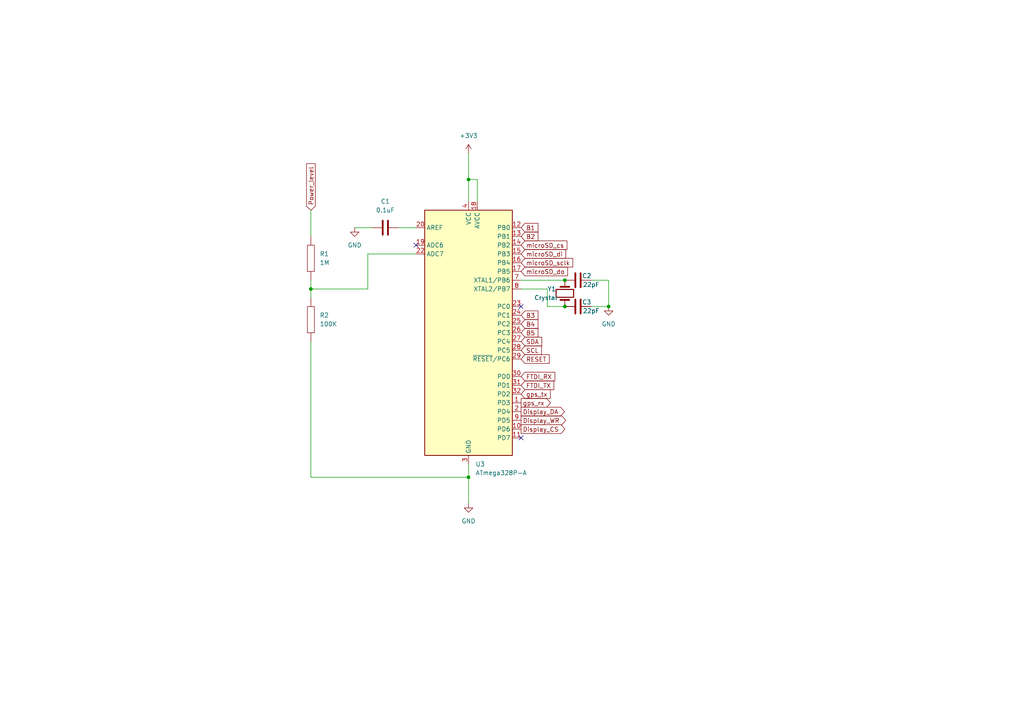
<source format=kicad_sch>
(kicad_sch (version 20211123) (generator eeschema)
  (paper "A4")
  (lib_symbols
    (symbol "Device:C" (pin_numbers hide) (pin_names (offset 0.254))
      (property "Reference" "C" (at 0.635 2.54 0))
      (property "Value" "C" (at 0.635 -2.54 0))
      (symbol "C_0_1"
        (polyline (pts (xy -2.032 -0.762) (xy 2.032 -0.762)) (stroke (width 0.508)))
        (polyline (pts (xy -2.032 0.762) (xy 2.032 0.762)) (stroke (width 0.508)))
      )
      (symbol "C_1_1"
        (pin passive line (at 0 3.81 270) (length 2.794) (name "~") (number "1"))
        (pin passive line (at 0 -3.81 90) (length 2.794) (name "~") (number "2"))
      )
    )
    (symbol "Device:Crystal" (pin_numbers hide) (pin_names (offset 1.016) hide)
      (property "Reference" "Y" (at 0 3.81 0))
      (property "Value" "Crystal" (at 0 -3.81 0))
      (symbol "Crystal_0_1"
        (rectangle (start -1.143 2.54) (end 1.143 -2.54) (stroke (width 0.3048)))
        (polyline (pts (xy -2.54 0) (xy -1.905 0)))
        (polyline (pts (xy -1.905 -1.27) (xy -1.905 1.27)) (stroke (width 0.508)))
        (polyline (pts (xy 1.905 -1.27) (xy 1.905 1.27)) (stroke (width 0.508)))
        (polyline (pts (xy 2.54 0) (xy 1.905 0)))
      )
      (symbol "Crystal_1_1"
        (pin passive line (at -3.81 0 0) (length 1.27) (name "1") (number "1"))
        (pin passive line (at 3.81 0 180) (length 1.27) (name "2") (number "2"))
      )
    )
    (symbol "MCU_Microchip_ATmega:ATmega328P-A"
      (property "Reference" "U" (at -12.7 36.83 0))
      (property "Value" "ATmega328P-A" (at 2.54 -36.83 0))
      (symbol "ATmega328P-A_0_1"
        (rectangle (start -12.7 -35.56) (end 12.7 35.56) (stroke (width 0.254)) (fill (type background)))
      )
      (symbol "ATmega328P-A_1_1"
        (pin bidirectional line (at 15.24 -20.32 180) (length 2.54) (name "PD3") (number "1"))
        (pin bidirectional line (at 15.24 -27.94 180) (length 2.54) (name "PD6") (number "10"))
        (pin bidirectional line (at 15.24 -30.48 180) (length 2.54) (name "PD7") (number "11"))
        (pin bidirectional line (at 15.24 30.48 180) (length 2.54) (name "PB0") (number "12"))
        (pin bidirectional line (at 15.24 27.94 180) (length 2.54) (name "PB1") (number "13"))
        (pin bidirectional line (at 15.24 25.4 180) (length 2.54) (name "PB2") (number "14"))
        (pin bidirectional line (at 15.24 22.86 180) (length 2.54) (name "PB3") (number "15"))
        (pin bidirectional line (at 15.24 20.32 180) (length 2.54) (name "PB4") (number "16"))
        (pin bidirectional line (at 15.24 17.78 180) (length 2.54) (name "PB5") (number "17"))
        (pin power_in line (at 2.54 38.1 270) (length 2.54) (name "AVCC") (number "18"))
        (pin input line (at -15.24 25.4 0) (length 2.54) (name "ADC6") (number "19"))
        (pin bidirectional line (at 15.24 -22.86 180) (length 2.54) (name "PD4") (number "2"))
        (pin passive line (at -15.24 30.48 0) (length 2.54) (name "AREF") (number "20"))
        (pin passive line (at 0 -38.1 90) (length 2.54) hide (name "GND") (number "21"))
        (pin input line (at -15.24 22.86 0) (length 2.54) (name "ADC7") (number "22"))
        (pin bidirectional line (at 15.24 7.62 180) (length 2.54) (name "PC0") (number "23"))
        (pin bidirectional line (at 15.24 5.08 180) (length 2.54) (name "PC1") (number "24"))
        (pin bidirectional line (at 15.24 2.54 180) (length 2.54) (name "PC2") (number "25"))
        (pin bidirectional line (at 15.24 0 180) (length 2.54) (name "PC3") (number "26"))
        (pin bidirectional line (at 15.24 -2.54 180) (length 2.54) (name "PC4") (number "27"))
        (pin bidirectional line (at 15.24 -5.08 180) (length 2.54) (name "PC5") (number "28"))
        (pin bidirectional line (at 15.24 -7.62 180) (length 2.54) (name "~{RESET}/PC6") (number "29"))
        (pin power_in line (at 0 -38.1 90) (length 2.54) (name "GND") (number "3"))
        (pin bidirectional line (at 15.24 -12.7 180) (length 2.54) (name "PD0") (number "30"))
        (pin bidirectional line (at 15.24 -15.24 180) (length 2.54) (name "PD1") (number "31"))
        (pin bidirectional line (at 15.24 -17.78 180) (length 2.54) (name "PD2") (number "32"))
        (pin power_in line (at 0 38.1 270) (length 2.54) (name "VCC") (number "4"))
        (pin passive line (at 0 -38.1 90) (length 2.54) hide (name "GND") (number "5"))
        (pin passive line (at 0 38.1 270) (length 2.54) hide (name "VCC") (number "6"))
        (pin bidirectional line (at 15.24 15.24 180) (length 2.54) (name "XTAL1/PB6") (number "7"))
        (pin bidirectional line (at 15.24 12.7 180) (length 2.54) (name "XTAL2/PB7") (number "8"))
        (pin bidirectional line (at 15.24 -25.4 180) (length 2.54) (name "PD5") (number "9"))
      )
    )
    (symbol "power:+3V3" (power) (pin_names (offset 0))
      (property "Value" "+3V3" (at 0 3.556 0))
      (symbol "+3V3_0_1"
        (polyline (pts (xy -0.762 1.27) (xy 0 2.54)))
        (polyline (pts (xy 0 0) (xy 0 2.54)))
        (polyline (pts (xy 0 2.54) (xy 0.762 1.27)))
      )
      (symbol "+3V3_1_1"
        (pin power_in line (at 0 0 90) (length 0) hide (name "+3V3") (number "1"))
      )
    )
    (symbol "power:GND" (power) (pin_names (offset 0))
      (property "Value" "GND" (at 0 -3.81 0))
      (symbol "GND_0_1"
        (polyline (pts (xy 0 0) (xy 0 -1.27) (xy 1.27 -1.27) (xy 0 -2.54) (xy -1.27 -1.27) (xy 0 -1.27)))
      )
      (symbol "GND_1_1"
        (pin power_in line (at 0 0 270) (length 0) hide (name "GND") (number "1"))
      )
    )
    (symbol "pspice:R" (pin_numbers hide) (pin_names (offset 0))
      (property "Reference" "R" (at 2.032 0 90))
      (property "Value" "R" (at 0 0 90))
      (symbol "R_0_1"
        (rectangle (start -1.016 3.81) (end 1.016 -3.81))
      )
      (symbol "R_1_1"
        (pin passive line (at 0 6.35 270) (length 2.54) (name "~") (number "1"))
        (pin passive line (at 0 -6.35 90) (length 2.54) (name "~") (number "2"))
      )
    )
  )
  (junction (at 135.89 52.07))
  (junction (at 176.53 88.9))
  (junction (at 163.83 88.9))
  (junction (at 163.83 81.28))
  (junction (at 135.89 138.43))
  (junction (at 90.17 83.82))
  (no_connect (at 151.13 127))
  (no_connect (at 151.13 88.9))
  (no_connect (at 120.65 71.12))
  (wire (pts (xy 90.17 83.82) (xy 90.17 86.36)))
  (wire (pts (xy 158.75 83.82) (xy 158.75 88.9)))
  (wire (pts (xy 106.68 83.82) (xy 90.17 83.82)))
  (wire (pts (xy 151.13 81.28) (xy 163.83 81.28)))
  (wire (pts (xy 138.43 52.07) (xy 138.43 58.42)))
  (wire (pts (xy 90.17 81.28) (xy 90.17 83.82)))
  (wire (pts (xy 120.65 73.66) (xy 106.68 73.66)))
  (wire (pts (xy 138.43 52.07) (xy 135.89 52.07)))
  (wire (pts (xy 90.17 60.96) (xy 90.17 68.58)))
  (wire (pts (xy 151.13 83.82) (xy 158.75 83.82)))
  (wire (pts (xy 171.45 81.28) (xy 176.53 81.28)))
  (wire (pts (xy 158.75 88.9) (xy 163.83 88.9)))
  (wire (pts (xy 176.53 88.9) (xy 171.45 88.9)))
  (wire (pts (xy 115.57 66.04) (xy 120.65 66.04)))
  (wire (pts (xy 90.17 99.06) (xy 90.17 138.43)))
  (wire (pts (xy 135.89 134.62) (xy 135.89 138.43)))
  (wire (pts (xy 90.17 138.43) (xy 135.89 138.43)))
  (wire (pts (xy 106.68 73.66) (xy 106.68 83.82)))
  (wire (pts (xy 135.89 138.43) (xy 135.89 146.05)))
  (wire (pts (xy 176.53 81.28) (xy 176.53 88.9)))
  (wire (pts (xy 102.87 66.04) (xy 107.95 66.04)))
  (wire (pts (xy 135.89 44.45) (xy 135.89 52.07)))
  (wire (pts (xy 135.89 58.42) (xy 135.89 52.07)))
  (global_label "B5" (shape input) (at 151.13 96.52 0) (property "Riferimenti inter-foglio" "${INTERSHEET_REFS}" (effects hide)))
  (global_label "gps_rx" (shape output) (at 151.13 116.84 0) (property "Riferimenti inter-foglio" "${INTERSHEET_REFS}" (effects hide)))
  (global_label "SCL" (shape input) (at 151.13 101.6 0) (property "Riferimenti inter-foglio" "${INTERSHEET_REFS}" (effects hide)))
  (global_label "B2" (shape input) (at 151.13 68.58 0) (property "Riferimenti inter-foglio" "${INTERSHEET_REFS}" (effects hide)))
  (global_label "Display_WR" (shape output) (at 151.13 121.92 0) (property "Riferimenti inter-foglio" "${INTERSHEET_REFS}" (effects hide)))
  (global_label "FTDI_TX" (shape input) (at 151.13 111.76 0) (property "Riferimenti inter-foglio" "${INTERSHEET_REFS}" (effects hide)))
  (global_label "microSD_sclk" (shape input) (at 151.13 76.2 0) (property "Riferimenti inter-foglio" "${INTERSHEET_REFS}" (effects hide)))
  (global_label "Power_level" (shape input) (at 90.17 60.96 90) (property "Riferimenti inter-foglio" "${INTERSHEET_REFS}" (effects hide)))
  (global_label "RESET" (shape input) (at 151.13 104.14 0) (property "Riferimenti inter-foglio" "${INTERSHEET_REFS}" (effects hide)))
  (global_label "Display_CS" (shape output) (at 151.13 124.46 0) (property "Riferimenti inter-foglio" "${INTERSHEET_REFS}" (effects hide)))
  (global_label "gps_tx" (shape input) (at 151.13 114.3 0) (property "Riferimenti inter-foglio" "${INTERSHEET_REFS}" (effects hide)))
  (global_label "Display_DA" (shape output) (at 151.13 119.38 0) (property "Riferimenti inter-foglio" "${INTERSHEET_REFS}" (effects hide)))
  (global_label "microSD_do" (shape input) (at 151.13 78.74 0) (property "Riferimenti inter-foglio" "${INTERSHEET_REFS}" (effects hide)))
  (global_label "B4" (shape input) (at 151.13 93.98 0) (property "Riferimenti inter-foglio" "${INTERSHEET_REFS}" (effects hide)))
  (global_label "FTDI_RX" (shape input) (at 151.13 109.22 0) (property "Riferimenti inter-foglio" "${INTERSHEET_REFS}" (effects hide)))
  (global_label "B1" (shape input) (at 151.13 66.04 0) (property "Riferimenti inter-foglio" "${INTERSHEET_REFS}" (effects hide)))
  (global_label "SDA" (shape input) (at 151.13 99.06 0) (property "Riferimenti inter-foglio" "${INTERSHEET_REFS}" (effects hide)))
  (global_label "microSD_cs" (shape input) (at 151.13 71.12 0) (property "Riferimenti inter-foglio" "${INTERSHEET_REFS}" (effects hide)))
  (global_label "microSD_di" (shape input) (at 151.13 73.66 0) (property "Riferimenti inter-foglio" "${INTERSHEET_REFS}" (effects hide)))
  (global_label "B3" (shape input) (at 151.13 91.44 0) (property "Riferimenti inter-foglio" "${INTERSHEET_REFS}" (effects hide)))
  (symbol (lib_id "MCU_Microchip_ATmega:ATmega328P-A") (at 135.89 96.52 0) (unit 1)
    (property "Reference" "U3" (at 137.9094 134.62 0) (effects (justify left)))
    (property "Value" "ATmega328P-A" (at 137.9094 137.16 0) (effects (justify left)))
    (property "Footprint" "Package_QFP:TQFP-32_7x7mm_P0.8mm" (effects hide))
    (property "Datasheet" "http://ww1.microchip.com/downloads/en/DeviceDoc/ATmega328_P%20AVR%20MCU%20with%20picoPower%20Technology%20Data%20Sheet%2040001984A.pdf" (effects hide))
  )
  (symbol (lib_id "power:GND") (at 176.53 88.9 0) (unit 1)
    (property "Reference" "#PWR0106" (effects hide))
    (property "Value" "GND" (at 176.53 93.98 0))
  )
  (symbol (lib_id "pspice:R") (at 90.17 92.71 0) (unit 1)
    (property "Reference" "R2" (at 92.71 91.4399 0) (effects (justify left)))
    (property "Value" "100K" (at 92.71 93.9799 0) (effects (justify left)))
    (property "Footprint" "Capacitor_SMD:C_0603_1608Metric" (effects hide))
  )
  (symbol (lib_id "Device:C") (at 167.64 81.28 90) (unit 1)
    (property "Reference" "C2" (at 170.18 80.01 90))
    (property "Value" "22pF" (at 171.45 82.55 90))
    (property "Footprint" "Capacitor_SMD:C_0603_1608Metric" (effects hide))
  )
  (symbol (lib_id "pspice:R") (at 90.17 74.93 0) (unit 1)
    (property "Reference" "R1" (at 92.71 73.6599 0) (effects (justify left)))
    (property "Value" "1M" (at 92.71 76.1999 0) (effects (justify left)))
    (property "Footprint" "Capacitor_SMD:C_0603_1608Metric" (effects hide))
  )
  (symbol (lib_id "Device:C") (at 167.64 88.9 90) (unit 1)
    (property "Reference" "C3" (at 170.18 87.63 90))
    (property "Value" "22pF" (at 171.45 90.17 90))
    (property "Footprint" "Capacitor_SMD:C_0603_1608Metric" (effects hide))
  )
  (symbol (lib_id "Device:C") (at 111.76 66.04 90) (unit 1)
    (property "Reference" "C1" (at 111.76 58.42 90))
    (property "Value" "0.1uF" (at 111.76 60.96 90))
    (property "Footprint" "Capacitor_SMD:C_0603_1608Metric" (effects hide))
  )
  (symbol (lib_id "power:+3V3") (at 135.89 44.45 0) (unit 1)
    (property "Reference" "#PWR014" (effects hide))
    (property "Value" "+3V3" (at 135.89 39.37 0))
  )
  (symbol (lib_id "power:GND") (at 135.89 146.05 0) (unit 1)
    (property "Reference" "#PWR015" (effects hide))
    (property "Value" "GND" (at 135.89 151.13 0))
  )
  (symbol (lib_id "Device:Crystal") (at 163.83 85.09 90) (unit 1)
    (property "Reference" "Y1" (at 158.75 83.82 90) (effects (justify right)))
    (property "Value" "Crystal" (at 154.94 86.36 90) (effects (justify right)))
    (property "Footprint" "Crystal:Resonator-2Pin_W10.0mm_H5.0mm" (effects hide))
  )
  (symbol (lib_id "power:GND") (at 102.87 66.04 0) (unit 1)
    (property "Reference" "#PWR0105" (effects hide))
    (property "Value" "GND" (at 102.87 71.12 0))
  )
)
</source>
